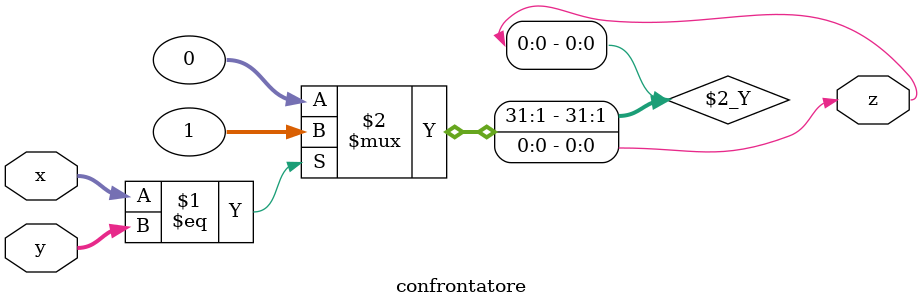
<source format=sv>
module confrontatore(output z, input [2:0]x, input [2:0]y);

  assign
  #2 z= (x==y ? 1 : 0);

endmodule

</source>
